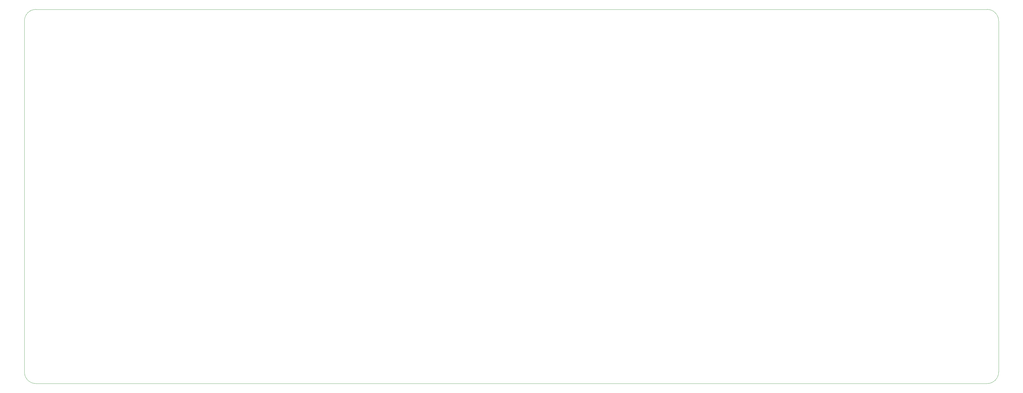
<source format=gbr>
G04 #@! TF.GenerationSoftware,KiCad,Pcbnew,(5.1.4)-1*
G04 #@! TF.CreationDate,2022-04-19T23:21:49-04:00*
G04 #@! TF.ProjectId,K-75,4b2d3735-2e6b-4696-9361-645f70636258,rev?*
G04 #@! TF.SameCoordinates,Original*
G04 #@! TF.FileFunction,Profile,NP*
%FSLAX46Y46*%
G04 Gerber Fmt 4.6, Leading zero omitted, Abs format (unit mm)*
G04 Created by KiCad (PCBNEW (5.1.4)-1) date 2022-04-19 23:21:49*
%MOMM*%
%LPD*%
G04 APERTURE LIST*
%ADD10C,0.050000*%
G04 APERTURE END LIST*
D10*
X60960000Y-74676000D02*
X57150000Y-74676000D01*
X60960000Y-198501000D02*
X57150000Y-198501000D01*
X371475000Y-74676000D02*
X369570000Y-74676000D01*
X371475000Y-198501000D02*
X369570000Y-198501000D01*
X369570000Y-74676000D02*
X367665000Y-74676000D01*
X369570000Y-198501000D02*
X367665000Y-198501000D01*
X60960000Y-198501000D02*
X367665000Y-198501000D01*
X53340000Y-78486000D02*
X53340000Y-194691000D01*
X367665000Y-74676000D02*
X60960000Y-74676000D01*
X375285000Y-194691000D02*
X375285000Y-78486000D01*
X53340000Y-78486000D02*
G75*
G02X57150000Y-74676000I3810000J0D01*
G01*
X371475000Y-74676000D02*
G75*
G02X375285000Y-78486000I0J-3810000D01*
G01*
X375285000Y-194691000D02*
G75*
G02X371475000Y-198501000I-3810000J0D01*
G01*
X57150000Y-198501000D02*
G75*
G02X53340000Y-194691000I0J3810000D01*
G01*
M02*

</source>
